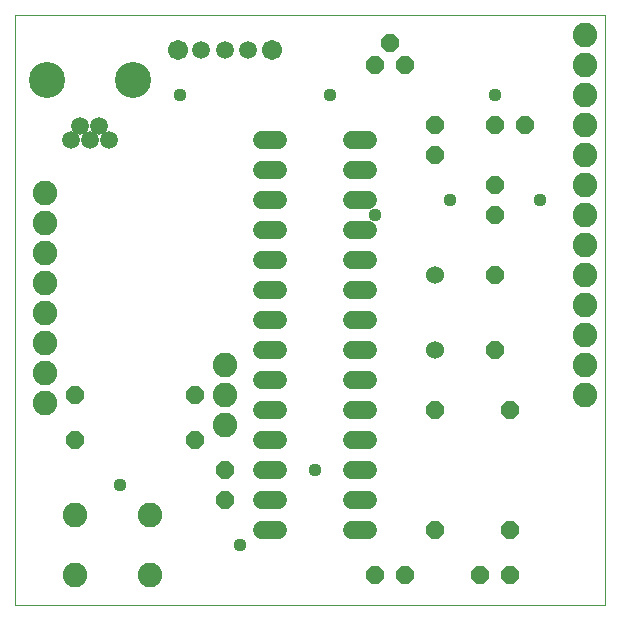
<source format=gts>
G75*
%MOIN*%
%OFA0B0*%
%FSLAX25Y25*%
%IPPOS*%
%LPD*%
%AMOC8*
5,1,8,0,0,1.08239X$1,22.5*
%
%ADD10C,0.00000*%
%ADD11OC8,0.06000*%
%ADD12C,0.06000*%
%ADD13C,0.05950*%
%ADD14C,0.12020*%
%ADD15C,0.06000*%
%ADD16C,0.06737*%
%ADD17C,0.08200*%
%ADD18C,0.04369*%
D10*
X0006800Y0006800D02*
X0006800Y0203650D01*
X0203650Y0203650D01*
X0203650Y0006800D01*
X0006800Y0006800D01*
D11*
X0026800Y0061800D03*
X0026800Y0076800D03*
X0066800Y0076800D03*
X0066800Y0061800D03*
X0076800Y0051800D03*
X0076800Y0041800D03*
X0126800Y0016800D03*
X0136800Y0016800D03*
X0146800Y0031800D03*
X0161800Y0016800D03*
X0171800Y0016800D03*
X0171800Y0031800D03*
X0171800Y0071800D03*
X0166800Y0091800D03*
X0146800Y0071800D03*
X0166800Y0116800D03*
X0166800Y0136800D03*
X0166800Y0146800D03*
X0166800Y0166800D03*
X0176800Y0166800D03*
X0146800Y0166800D03*
X0146800Y0156800D03*
X0136800Y0186800D03*
X0131800Y0194300D03*
X0126800Y0186800D03*
D12*
X0146800Y0116800D03*
X0146800Y0091800D03*
D13*
X0084674Y0191800D03*
X0076800Y0191800D03*
X0068926Y0191800D03*
X0038099Y0161721D03*
X0034950Y0166446D03*
X0031800Y0161721D03*
X0028650Y0166446D03*
X0025501Y0161721D03*
D14*
X0017430Y0181800D03*
X0046170Y0181800D03*
D15*
X0089200Y0161800D02*
X0094400Y0161800D01*
X0094400Y0151800D02*
X0089200Y0151800D01*
X0089200Y0141800D02*
X0094400Y0141800D01*
X0094400Y0131800D02*
X0089200Y0131800D01*
X0089200Y0121800D02*
X0094400Y0121800D01*
X0094400Y0111800D02*
X0089200Y0111800D01*
X0089200Y0101800D02*
X0094400Y0101800D01*
X0094400Y0091800D02*
X0089200Y0091800D01*
X0089200Y0081800D02*
X0094400Y0081800D01*
X0094400Y0071800D02*
X0089200Y0071800D01*
X0089200Y0061800D02*
X0094400Y0061800D01*
X0094400Y0051800D02*
X0089200Y0051800D01*
X0089200Y0041800D02*
X0094400Y0041800D01*
X0094400Y0031800D02*
X0089200Y0031800D01*
X0119200Y0031800D02*
X0124400Y0031800D01*
X0124400Y0041800D02*
X0119200Y0041800D01*
X0119200Y0051800D02*
X0124400Y0051800D01*
X0124400Y0061800D02*
X0119200Y0061800D01*
X0119200Y0071800D02*
X0124400Y0071800D01*
X0124400Y0081800D02*
X0119200Y0081800D01*
X0119200Y0091800D02*
X0124400Y0091800D01*
X0124400Y0101800D02*
X0119200Y0101800D01*
X0119200Y0111800D02*
X0124400Y0111800D01*
X0124400Y0121800D02*
X0119200Y0121800D01*
X0119200Y0131800D02*
X0124400Y0131800D01*
X0124400Y0141800D02*
X0119200Y0141800D01*
X0119200Y0151800D02*
X0124400Y0151800D01*
X0124400Y0161800D02*
X0119200Y0161800D01*
D16*
X0092548Y0191800D03*
X0061052Y0191800D03*
D17*
X0016800Y0144300D03*
X0016800Y0134300D03*
X0016800Y0124300D03*
X0016800Y0114300D03*
X0016800Y0104300D03*
X0016800Y0094300D03*
X0016800Y0084300D03*
X0016800Y0074300D03*
X0026800Y0036800D03*
X0026800Y0016800D03*
X0051800Y0016800D03*
X0051800Y0036800D03*
X0076800Y0066800D03*
X0076800Y0076800D03*
X0076800Y0086800D03*
X0196800Y0086800D03*
X0196800Y0076800D03*
X0196800Y0096800D03*
X0196800Y0106800D03*
X0196800Y0116800D03*
X0196800Y0126800D03*
X0196800Y0136800D03*
X0196800Y0146800D03*
X0196800Y0156800D03*
X0196800Y0166800D03*
X0196800Y0176800D03*
X0196800Y0186800D03*
X0196800Y0196800D03*
D18*
X0166800Y0176800D03*
X0151800Y0141800D03*
X0126800Y0136800D03*
X0111800Y0176800D03*
X0061800Y0176800D03*
X0181800Y0141800D03*
X0106800Y0051800D03*
X0081800Y0026800D03*
X0041800Y0046800D03*
M02*

</source>
